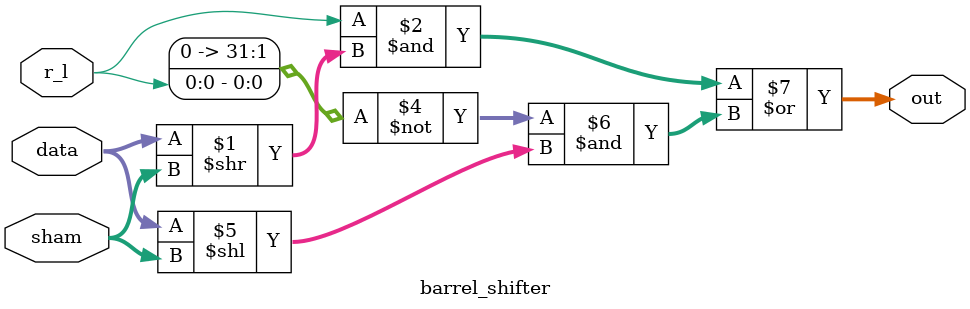
<source format=v>
module barrel_shifter #(parameter W=32) (input [W-1:0] data,sham,input r_l,output [W-1:0] out);

assign out=(r_l&(data>>sham))|(~r_l&(data<<sham));

endmodule
</source>
